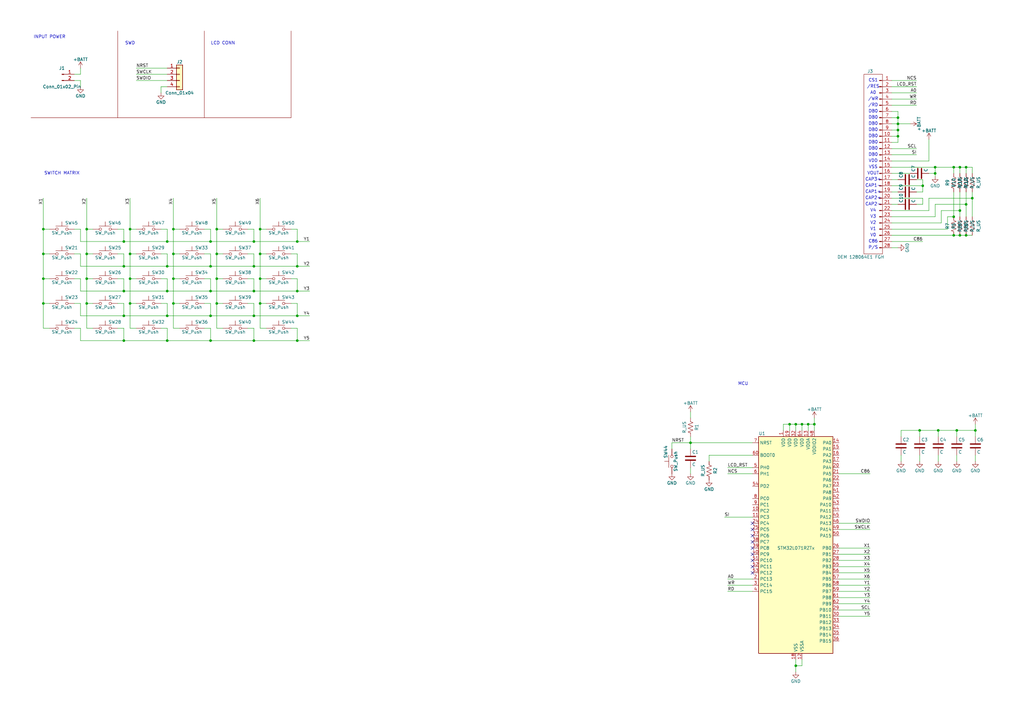
<source format=kicad_sch>
(kicad_sch (version 20230819) (generator eeschema)
  (paper "A3")
  (junction (at 121.92 119.38))
  (junction (at 392.43 176.53))
  (junction (at 53.34 104.14))
  (junction (at 71.12 93.98))
  (junction (at 104.14 129.54))
  (junction (at 396.24 83.82))
  (junction (at 50.8 139.7))
  (junction (at 35.56 104.14))
  (junction (at 71.12 114.3))
  (junction (at 68.58 129.54))
  (junction (at 68.58 109.22))
  (junction (at 283.21 181.61))
  (junction (at 104.14 99.06))
  (junction (at 68.58 99.06))
  (junction (at 35.56 124.46))
  (junction (at 383.54 71.12))
  (junction (at 86.36 129.54))
  (junction (at 35.56 114.3))
  (junction (at 334.01 173.99))
  (junction (at 384.81 176.53))
  (junction (at 106.68 93.98))
  (junction (at 121.92 139.7))
  (junction (at 50.8 119.38))
  (junction (at 121.92 109.22))
  (junction (at 17.78 93.98))
  (junction (at 86.36 119.38))
  (junction (at 88.9 114.3))
  (junction (at 88.9 93.98))
  (junction (at 323.85 173.99))
  (junction (at 383.54 68.58))
  (junction (at 121.92 99.06))
  (junction (at 53.34 93.98))
  (junction (at 104.14 119.38))
  (junction (at 106.68 104.14))
  (junction (at 396.24 68.58))
  (junction (at 71.12 124.46))
  (junction (at 86.36 99.06))
  (junction (at 393.7 86.36))
  (junction (at 331.47 173.99))
  (junction (at 86.36 109.22))
  (junction (at 121.92 129.54))
  (junction (at 86.36 139.7))
  (junction (at 328.93 173.99))
  (junction (at 50.8 99.06))
  (junction (at 326.39 273.05))
  (junction (at 391.16 88.9))
  (junction (at 393.7 68.58))
  (junction (at 400.05 176.53))
  (junction (at 368.3 50.8))
  (junction (at 88.9 104.14))
  (junction (at 368.3 53.34))
  (junction (at 50.8 129.54))
  (junction (at 104.14 139.7))
  (junction (at 326.39 173.99))
  (junction (at 88.9 124.46))
  (junction (at 368.3 55.88))
  (junction (at 71.12 104.14))
  (junction (at 68.58 139.7))
  (junction (at 68.58 119.38))
  (junction (at 391.16 68.58))
  (junction (at 377.19 176.53))
  (junction (at 398.78 81.28))
  (junction (at 17.78 124.46))
  (junction (at 368.3 48.26))
  (junction (at 106.68 114.3))
  (junction (at 17.78 114.3))
  (junction (at 50.8 109.22))
  (junction (at 393.7 96.52))
  (junction (at 396.24 96.52))
  (junction (at 391.16 96.52))
  (junction (at 378.46 76.2))
  (junction (at 106.68 124.46))
  (junction (at 104.14 109.22))
  (junction (at 17.78 104.14))
  (junction (at 53.34 114.3))
  (junction (at 35.56 93.98))
  (junction (at 53.34 124.46))
  (no_connect (at 308.61 232.41))
  (no_connect (at 308.61 222.25))
  (no_connect (at 308.61 219.71))
  (no_connect (at 308.61 224.79))
  (no_connect (at 308.61 234.95))
  (no_connect (at 308.61 229.87))
  (no_connect (at 308.61 217.17))
  (no_connect (at 308.61 214.63))
  (no_connect (at 308.61 227.33))
  (wire (pts (xy 73.66 114.3) (xy 71.12 114.3)))
  (wire (pts (xy 368.3 45.72) (xy 368.3 48.26)))
  (wire (pts (xy 323.85 173.99) (xy 326.39 173.99)))
  (wire (pts (xy 104.14 119.38) (xy 104.14 114.3)))
  (wire (pts (xy 53.34 104.14) (xy 53.34 114.3)))
  (wire (pts (xy 326.39 173.99) (xy 328.93 173.99)))
  (wire (pts (xy 328.93 173.99) (xy 331.47 173.99)))
  (wire (pts (xy 396.24 68.58) (xy 398.78 68.58)))
  (wire (pts (xy 369.57 176.53) (xy 369.57 179.07)))
  (wire (pts (xy 66.04 35.56) (xy 66.04 38.1)))
  (wire (pts (xy 104.14 99.06) (xy 121.92 99.06)))
  (wire (pts (xy 50.8 99.06) (xy 68.58 99.06)))
  (wire (pts (xy 101.6 124.46) (xy 104.14 124.46)))
  (wire (pts (xy 101.6 134.62) (xy 104.14 134.62)))
  (wire (pts (xy 344.17 247.65) (xy 356.87 247.65)))
  (wire (pts (xy 365.76 58.42) (xy 368.3 58.42)))
  (wire (pts (xy 368.3 50.8) (xy 373.38 50.8)))
  (wire (pts (xy 365.76 38.1) (xy 375.92 38.1)))
  (wire (pts (xy 308.61 237.49) (xy 298.45 237.49)))
  (wire (pts (xy 33.02 114.3) (xy 33.02 119.38)))
  (wire (pts (xy 106.68 124.46) (xy 109.22 124.46)))
  (wire (pts (xy 365.76 48.26) (xy 368.3 48.26)))
  (wire (pts (xy 377.19 176.53) (xy 384.81 176.53)))
  (wire (pts (xy 33.02 129.54) (xy 50.8 129.54)))
  (wire (pts (xy 365.76 35.56) (xy 375.92 35.56)))
  (wire (pts (xy 384.81 176.53) (xy 392.43 176.53)))
  (wire (pts (xy 33.02 109.22) (xy 50.8 109.22)))
  (wire (pts (xy 35.56 104.14) (xy 38.1 104.14)))
  (wire (pts (xy 106.68 104.14) (xy 106.68 114.3)))
  (wire (pts (xy 391.16 88.9) (xy 388.62 88.9)))
  (wire (pts (xy 50.8 124.46) (xy 50.8 129.54)))
  (wire (pts (xy 55.88 30.48) (xy 68.58 30.48)))
  (wire (pts (xy 68.58 99.06) (xy 86.36 99.06)))
  (wire (pts (xy 50.8 119.38) (xy 68.58 119.38)))
  (polyline (pts (xy 83.82 48.26) (xy 119.38 48.26)) (stroke (width 0) (color 132 0 0 1)))
  (wire (pts (xy 33.02 134.62) (xy 33.02 139.7)))
  (wire (pts (xy 369.57 176.53) (xy 377.19 176.53)))
  (wire (pts (xy 66.04 114.3) (xy 68.58 114.3)))
  (wire (pts (xy 30.48 93.98) (xy 33.02 93.98)))
  (wire (pts (xy 68.58 124.46) (xy 68.58 129.54)))
  (wire (pts (xy 71.12 104.14) (xy 73.66 104.14)))
  (wire (pts (xy 356.87 232.41) (xy 344.17 232.41)))
  (wire (pts (xy 393.7 86.36) (xy 386.08 86.36)))
  (wire (pts (xy 30.48 33.02) (xy 33.02 33.02)))
  (wire (pts (xy 86.36 134.62) (xy 86.36 139.7)))
  (wire (pts (xy 50.8 109.22) (xy 68.58 109.22)))
  (wire (pts (xy 101.6 93.98) (xy 104.14 93.98)))
  (wire (pts (xy 365.76 66.04) (xy 381 66.04)))
  (wire (pts (xy 283.21 181.61) (xy 283.21 179.07)))
  (wire (pts (xy 356.87 227.33) (xy 344.17 227.33)))
  (wire (pts (xy 33.02 124.46) (xy 33.02 129.54)))
  (wire (pts (xy 119.38 93.98) (xy 121.92 93.98)))
  (wire (pts (xy 68.58 119.38) (xy 68.58 114.3)))
  (wire (pts (xy 121.92 99.06) (xy 121.92 93.98)))
  (wire (pts (xy 104.14 109.22) (xy 121.92 109.22)))
  (wire (pts (xy 386.08 91.44) (xy 365.76 91.44)))
  (wire (pts (xy 86.36 109.22) (xy 86.36 104.14)))
  (wire (pts (xy 328.93 273.05) (xy 326.39 273.05)))
  (wire (pts (xy 308.61 194.31) (xy 298.45 194.31)))
  (wire (pts (xy 396.24 83.82) (xy 383.54 83.82)))
  (wire (pts (xy 365.76 33.02) (xy 375.92 33.02)))
  (wire (pts (xy 104.14 129.54) (xy 121.92 129.54)))
  (wire (pts (xy 88.9 124.46) (xy 91.44 124.46)))
  (wire (pts (xy 68.58 139.7) (xy 86.36 139.7)))
  (wire (pts (xy 106.68 81.28) (xy 106.68 93.98)))
  (wire (pts (xy 20.32 93.98) (xy 17.78 93.98)))
  (wire (pts (xy 283.21 194.31) (xy 283.21 191.77)))
  (wire (pts (xy 344.17 242.57) (xy 356.87 242.57)))
  (wire (pts (xy 375.92 83.82) (xy 378.46 83.82)))
  (wire (pts (xy 121.92 109.22) (xy 121.92 104.14)))
  (wire (pts (xy 83.82 134.62) (xy 86.36 134.62)))
  (wire (pts (xy 391.16 78.74) (xy 391.16 88.9)))
  (wire (pts (xy 393.7 96.52) (xy 396.24 96.52)))
  (wire (pts (xy 326.39 275.59) (xy 326.39 273.05)))
  (wire (pts (xy 30.48 134.62) (xy 33.02 134.62)))
  (wire (pts (xy 365.76 60.96) (xy 375.92 60.96)))
  (wire (pts (xy 334.01 173.99) (xy 334.01 176.53)))
  (wire (pts (xy 71.12 114.3) (xy 71.12 124.46)))
  (wire (pts (xy 392.43 189.23) (xy 392.43 186.69)))
  (wire (pts (xy 121.92 99.06) (xy 127 99.06)))
  (wire (pts (xy 55.88 114.3) (xy 53.34 114.3)))
  (wire (pts (xy 383.54 83.82) (xy 383.54 88.9)))
  (wire (pts (xy 375.92 73.66) (xy 378.46 73.66)))
  (wire (pts (xy 381 81.28) (xy 381 86.36)))
  (wire (pts (xy 104.14 104.14) (xy 101.6 104.14)))
  (wire (pts (xy 38.1 114.3) (xy 35.56 114.3)))
  (wire (pts (xy 17.78 104.14) (xy 20.32 104.14)))
  (wire (pts (xy 396.24 78.74) (xy 396.24 83.82)))
  (wire (pts (xy 38.1 93.98) (xy 35.56 93.98)))
  (polyline (pts (xy 48.26 48.26) (xy 83.82 48.26)) (stroke (width 0) (color 132 0 0 1)))
  (wire (pts (xy 121.92 124.46) (xy 121.92 129.54)))
  (wire (pts (xy 106.68 104.14) (xy 109.22 104.14)))
  (wire (pts (xy 344.17 194.31) (xy 356.87 194.31)))
  (wire (pts (xy 66.04 93.98) (xy 68.58 93.98)))
  (wire (pts (xy 35.56 104.14) (xy 35.56 114.3)))
  (wire (pts (xy 17.78 124.46) (xy 17.78 134.62)))
  (wire (pts (xy 356.87 224.79) (xy 344.17 224.79)))
  (wire (pts (xy 275.59 184.15) (xy 275.59 181.61)))
  (wire (pts (xy 344.17 250.19) (xy 356.87 250.19)))
  (wire (pts (xy 344.17 252.73) (xy 356.87 252.73)))
  (wire (pts (xy 86.36 93.98) (xy 86.36 99.06)))
  (wire (pts (xy 109.22 93.98) (xy 106.68 93.98)))
  (wire (pts (xy 365.76 83.82) (xy 368.3 83.82)))
  (wire (pts (xy 53.34 124.46) (xy 55.88 124.46)))
  (wire (pts (xy 71.12 104.14) (xy 71.12 114.3)))
  (wire (pts (xy 308.61 191.77) (xy 298.45 191.77)))
  (wire (pts (xy 91.44 114.3) (xy 88.9 114.3)))
  (wire (pts (xy 331.47 176.53) (xy 331.47 173.99)))
  (wire (pts (xy 384.81 189.23) (xy 384.81 186.69)))
  (wire (pts (xy 365.76 43.18) (xy 375.92 43.18)))
  (wire (pts (xy 48.26 124.46) (xy 50.8 124.46)))
  (wire (pts (xy 73.66 93.98) (xy 71.12 93.98)))
  (wire (pts (xy 68.58 119.38) (xy 86.36 119.38)))
  (wire (pts (xy 53.34 134.62) (xy 55.88 134.62)))
  (wire (pts (xy 86.36 114.3) (xy 83.82 114.3)))
  (wire (pts (xy 356.87 217.17) (xy 344.17 217.17)))
  (wire (pts (xy 86.36 109.22) (xy 104.14 109.22)))
  (wire (pts (xy 17.78 114.3) (xy 17.78 124.46)))
  (wire (pts (xy 33.02 27.94) (xy 33.02 30.48)))
  (wire (pts (xy 396.24 96.52) (xy 398.78 96.52)))
  (wire (pts (xy 328.93 176.53) (xy 328.93 173.99)))
  (polyline (pts (xy 48.26 12.7) (xy 48.26 48.26)) (stroke (width 0) (color 132 0 0 1)))
  (wire (pts (xy 50.8 134.62) (xy 50.8 139.7)))
  (wire (pts (xy 55.88 93.98) (xy 53.34 93.98)))
  (wire (pts (xy 344.17 240.03) (xy 356.87 240.03)))
  (wire (pts (xy 377.19 176.53) (xy 377.19 179.07)))
  (wire (pts (xy 365.76 55.88) (xy 368.3 55.88)))
  (wire (pts (xy 384.81 176.53) (xy 384.81 179.07)))
  (polyline (pts (xy 83.82 12.7) (xy 83.82 48.26)) (stroke (width 0) (color 132 0 0 1)))
  (wire (pts (xy 356.87 214.63) (xy 344.17 214.63)))
  (wire (pts (xy 30.48 124.46) (xy 33.02 124.46)))
  (wire (pts (xy 328.93 270.51) (xy 328.93 273.05)))
  (wire (pts (xy 308.61 242.57) (xy 298.45 242.57)))
  (wire (pts (xy 326.39 270.51) (xy 326.39 273.05)))
  (wire (pts (xy 30.48 30.48) (xy 33.02 30.48)))
  (wire (pts (xy 121.92 104.14) (xy 119.38 104.14)))
  (wire (pts (xy 365.76 81.28) (xy 378.46 81.28)))
  (wire (pts (xy 106.68 124.46) (xy 106.68 134.62)))
  (wire (pts (xy 17.78 81.28) (xy 17.78 93.98)))
  (wire (pts (xy 104.14 109.22) (xy 104.14 104.14)))
  (wire (pts (xy 381 71.12) (xy 383.54 71.12)))
  (wire (pts (xy 398.78 81.28) (xy 381 81.28)))
  (wire (pts (xy 391.16 68.58) (xy 391.16 71.12)))
  (wire (pts (xy 356.87 237.49) (xy 344.17 237.49)))
  (wire (pts (xy 365.76 50.8) (xy 368.3 50.8)))
  (wire (pts (xy 368.3 50.8) (xy 368.3 53.34)))
  (wire (pts (xy 33.02 139.7) (xy 50.8 139.7)))
  (wire (pts (xy 53.34 124.46) (xy 53.34 134.62)))
  (wire (pts (xy 391.16 68.58) (xy 393.7 68.58)))
  (wire (pts (xy 365.76 99.06) (xy 378.46 99.06)))
  (wire (pts (xy 71.12 134.62) (xy 73.66 134.62)))
  (wire (pts (xy 66.04 124.46) (xy 68.58 124.46)))
  (wire (pts (xy 365.76 40.64) (xy 375.92 40.64)))
  (wire (pts (xy 68.58 104.14) (xy 66.04 104.14)))
  (wire (pts (xy 88.9 104.14) (xy 91.44 104.14)))
  (wire (pts (xy 17.78 93.98) (xy 17.78 104.14)))
  (wire (pts (xy 365.76 53.34) (xy 368.3 53.34)))
  (wire (pts (xy 55.88 33.02) (xy 68.58 33.02)))
  (wire (pts (xy 392.43 176.53) (xy 392.43 179.07)))
  (wire (pts (xy 71.12 124.46) (xy 73.66 124.46)))
  (wire (pts (xy 393.7 78.74) (xy 393.7 86.36)))
  (wire (pts (xy 121.92 139.7) (xy 127 139.7)))
  (wire (pts (xy 71.12 81.28) (xy 71.12 93.98)))
  (wire (pts (xy 400.05 189.23) (xy 400.05 186.69)))
  (wire (pts (xy 83.82 124.46) (xy 86.36 124.46)))
  (wire (pts (xy 88.9 93.98) (xy 88.9 104.14)))
  (polyline (pts (xy 12.7 48.26) (xy 48.26 48.26)) (stroke (width 0) (color 132 0 0 1)))
  (wire (pts (xy 365.76 88.9) (xy 383.54 88.9)))
  (wire (pts (xy 48.26 134.62) (xy 50.8 134.62)))
  (wire (pts (xy 50.8 104.14) (xy 48.26 104.14)))
  (wire (pts (xy 400.05 173.99) (xy 400.05 176.53)))
  (wire (pts (xy 308.61 240.03) (xy 298.45 240.03)))
  (wire (pts (xy 17.78 104.14) (xy 17.78 114.3)))
  (wire (pts (xy 33.02 93.98) (xy 33.02 99.06)))
  (wire (pts (xy 104.14 114.3) (xy 101.6 114.3)))
  (wire (pts (xy 365.76 68.58) (xy 383.54 68.58)))
  (wire (pts (xy 369.57 189.23) (xy 369.57 186.69)))
  (polyline (pts (xy 119.38 12.7) (xy 119.38 48.26)) (stroke (width 0) (color 132 0 0 1)))
  (wire (pts (xy 331.47 173.99) (xy 334.01 173.99)))
  (wire (pts (xy 283.21 181.61) (xy 283.21 184.15)))
  (wire (pts (xy 326.39 176.53) (xy 326.39 173.99)))
  (wire (pts (xy 88.9 124.46) (xy 88.9 134.62)))
  (wire (pts (xy 391.16 96.52) (xy 393.7 96.52)))
  (wire (pts (xy 33.02 33.02) (xy 33.02 35.56)))
  (wire (pts (xy 50.8 139.7) (xy 68.58 139.7)))
  (wire (pts (xy 68.58 35.56) (xy 66.04 35.56)))
  (wire (pts (xy 55.88 27.94) (xy 68.58 27.94)))
  (wire (pts (xy 356.87 234.95) (xy 344.17 234.95)))
  (wire (pts (xy 83.82 93.98) (xy 86.36 93.98)))
  (wire (pts (xy 88.9 134.62) (xy 91.44 134.62)))
  (wire (pts (xy 17.78 134.62) (xy 20.32 134.62)))
  (wire (pts (xy 83.82 104.14) (xy 86.36 104.14)))
  (wire (pts (xy 109.22 114.3) (xy 106.68 114.3)))
  (wire (pts (xy 377.19 189.23) (xy 377.19 186.69)))
  (wire (pts (xy 33.02 99.06) (xy 50.8 99.06)))
  (wire (pts (xy 35.56 124.46) (xy 38.1 124.46)))
  (wire (pts (xy 383.54 68.58) (xy 391.16 68.58)))
  (wire (pts (xy 381 86.36) (xy 365.76 86.36)))
  (wire (pts (xy 365.76 73.66) (xy 368.3 73.66)))
  (wire (pts (xy 35.56 81.28) (xy 35.56 93.98)))
  (wire (pts (xy 398.78 78.74) (xy 398.78 81.28)))
  (wire (pts (xy 106.68 114.3) (xy 106.68 124.46)))
  (wire (pts (xy 119.38 134.62) (xy 121.92 134.62)))
  (wire (pts (xy 104.14 124.46) (xy 104.14 129.54)))
  (wire (pts (xy 50.8 109.22) (xy 50.8 104.14)))
  (wire (pts (xy 68.58 129.54) (xy 86.36 129.54)))
  (wire (pts (xy 121.92 134.62) (xy 121.92 139.7)))
  (wire (pts (xy 66.04 134.62) (xy 68.58 134.62)))
  (wire (pts (xy 388.62 88.9) (xy 388.62 93.98)))
  (wire (pts (xy 386.08 86.36) (xy 386.08 91.44)))
  (wire (pts (xy 53.34 114.3) (xy 53.34 124.46)))
  (wire (pts (xy 48.26 114.3) (xy 50.8 114.3)))
  (wire (pts (xy 365.76 63.5) (xy 375.92 63.5)))
  (wire (pts (xy 297.18 212.09) (xy 308.61 212.09)))
  (wire (pts (xy 368.3 53.34) (xy 368.3 55.88)))
  (wire (pts (xy 283.21 168.91) (xy 283.21 171.45)))
  (wire (pts (xy 68.58 109.22) (xy 68.58 104.14)))
  (wire (pts (xy 86.36 119.38) (xy 86.36 114.3)))
  (wire (pts (xy 121.92 119.38) (xy 127 119.38)))
  (wire (pts (xy 86.36 124.46) (xy 86.36 129.54)))
  (wire (pts (xy 393.7 68.58) (xy 393.7 71.12)))
  (wire (pts (xy 275.59 181.61) (xy 283.21 181.61)))
  (wire (pts (xy 33.02 119.38) (xy 50.8 119.38)))
  (wire (pts (xy 378.46 83.82) (xy 378.46 81.28)))
  (wire (pts (xy 104.14 119.38) (xy 121.92 119.38)))
  (wire (pts (xy 365.76 78.74) (xy 368.3 78.74)))
  (wire (pts (xy 86.36 119.38) (xy 104.14 119.38)))
  (wire (pts (xy 356.87 229.87) (xy 344.17 229.87)))
  (wire (pts (xy 48.26 93.98) (xy 50.8 93.98)))
  (wire (pts (xy 378.46 78.74) (xy 378.46 76.2)))
  (wire (pts (xy 35.56 134.62) (xy 38.1 134.62)))
  (wire (pts (xy 106.68 134.62) (xy 109.22 134.62)))
  (wire (pts (xy 50.8 119.38) (xy 50.8 114.3)))
  (wire (pts (xy 321.31 173.99) (xy 323.85 173.99)))
  (wire (pts (xy 104.14 93.98) (xy 104.14 99.06)))
  (wire (pts (xy 30.48 114.3) (xy 33.02 114.3)))
  (wire (pts (xy 35.56 124.46) (xy 35.56 134.62)))
  (wire (pts (xy 86.36 139.7) (xy 104.14 139.7)))
  (wire (pts (xy 365.76 76.2) (xy 378.46 76.2)))
  (wire (pts (xy 368.3 48.26) (xy 368.3 50.8)))
  (wire (pts (xy 17.78 124.46) (xy 20.32 124.46)))
  (wire (pts (xy 121.92 114.3) (xy 119.38 114.3)))
  (wire (pts (xy 121.92 119.38) (xy 121.92 114.3)))
  (wire (pts (xy 321.31 176.53) (xy 321.31 173.99)))
  (wire (pts (xy 86.36 129.54) (xy 104.14 129.54)))
  (wire (pts (xy 104.14 134.62) (xy 104.14 139.7)))
  (wire (pts (xy 383.54 72.39) (xy 383.54 71.12)))
  (wire (pts (xy 88.9 81.28) (xy 88.9 93.98)))
  (wire (pts (xy 378.46 73.66) (xy 378.46 76.2)))
  (wire (pts (xy 323.85 176.53) (xy 323.85 173.99)))
  (wire (pts (xy 106.68 93.98) (xy 106.68 104.14)))
  (wire (pts (xy 104.14 139.7) (xy 121.92 139.7)))
  (wire (pts (xy 30.48 104.14) (xy 33.02 104.14)))
  (wire (pts (xy 344.17 245.11) (xy 356.87 245.11)))
  (wire (pts (xy 396.24 88.9) (xy 396.24 83.82)))
  (wire (pts (xy 88.9 114.3) (xy 88.9 124.46)))
  (wire (pts (xy 290.83 186.69) (xy 308.61 186.69)))
  (wire (pts (xy 398.78 88.9) (xy 398.78 81.28)))
  (wire (pts (xy 20.32 114.3) (xy 17.78 114.3)))
  (wire (pts (xy 375.92 78.74) (xy 378.46 78.74)))
  (wire (pts (xy 283.21 181.61) (xy 308.61 181.61)))
  (wire (pts (xy 365.76 96.52) (xy 391.16 96.52)))
  (wire (pts (xy 396.24 68.58) (xy 396.24 71.12)))
  (wire (pts (xy 53.34 93.98) (xy 53.34 104.14)))
  (wire (pts (xy 400.05 176.53) (xy 400.05 179.07)))
  (wire (pts (xy 398.78 71.12) (xy 398.78 68.58)))
  (wire (pts (xy 393.7 68.58) (xy 396.24 68.58)))
  (wire (pts (xy 290.83 189.23) (xy 290.83 186.69)))
  (wire (pts (xy 334.01 171.45) (xy 334.01 173.99)))
  (wire (pts (xy 68.58 134.62) (xy 68.58 139.7)))
  (wire (pts (xy 381 57.15) (xy 381 66.04)))
  (wire (pts (xy 365.76 93.98) (xy 388.62 93.98)))
  (wire (pts (xy 121.92 109.22) (xy 127 109.22)))
  (wire (pts (xy 50.8 93.98) (xy 50.8 99.06)))
  (wire (pts (xy 53.34 104.14) (xy 55.88 104.14)))
  (wire (pts (xy 365.76 71.12) (xy 373.38 71.12)))
  (wire (pts (xy 71.12 93.98) (xy 71.12 104.14)))
  (wire (pts (xy 53.34 81.28) (xy 53.34 93.98)))
  (wire (pts (xy 35.56 93.98) (xy 35.56 104.14)))
  (wire (pts (xy 68.58 93.98) (xy 68.58 99.06)))
  (wire (pts (xy 365.76 101.6) (xy 368.3 101.6)))
  (wire (pts (xy 88.9 104.14) (xy 88.9 114.3)))
  (wire (pts (xy 71.12 124.46) (xy 71.12 134.62)))
  (wire (pts (xy 121.92 129.54) (xy 127 129.54)))
  (wire (pts (xy 365.76 45.72) (xy 368.3 45.72)))
  (wire (pts (xy 383.54 71.12) (xy 383.54 68.58)))
  (wire (pts (xy 50.8 129.54) (xy 68.58 129.54)))
  (wire (pts (xy 35.56 114.3) (xy 35.56 124.46)))
  (wire (pts (xy 119.38 124.46) (xy 121.92 124.46)))
  (wire (pts (xy 368.3 55.88) (xy 368.3 58.42)))
  (wire (pts (xy 33.02 104.14) (xy 33.02 109.22)))
  (wire (pts (xy 68.58 109.22) (xy 86.36 109.22)))
  (wire (pts (xy 392.43 176.53) (xy 400.05 176.53)))
  (wire (pts (xy 393.7 88.9) (xy 393.7 86.36)))
  (wire (pts (xy 86.36 99.06) (xy 104.14 99.06)))
  (wire (pts (xy 91.44 93.98) (xy 88.9 93.98)))
  (rectangle (start 354.33 30.48) (end 361.95 104.14) (stroke (width 0) (color 132 0 0 1)))
  (text "LCD CONN" (at 91.44 17.78 0) (effects (font (size 1.27 1.27))))
  (text "DB0" (at 358.14 60.96 0) (effects (font (size 1.27 1.27))))
  (text "INPUT POWER" (at 20.32 15.24 0) (effects (font (size 1.27 1.27))))
  (text "CAP3+" (at 358.14 73.66 0) (effects (font (size 1.27 1.27))))
  (text "DB0" (at 358.14 63.5 0) (effects (font (size 1.27 1.27))))
  (text "CAP2+" (at 358.14 81.28 0) (effects (font (size 1.27 1.27))))
  (text "/RES" (at 358.14 35.56 0) (effects (font (size 1.27 1.27))))
  (text "DB0" (at 358.14 55.88 0) (effects (font (size 1.27 1.27))))
  (text "DB0" (at 358.14 48.26 0) (effects (font (size 1.27 1.27))))
  (text "V2" (at 358.14 91.44 0) (effects (font (size 1.27 1.27))))
  (text "P/S" (at 358.14 101.6 0) (effects (font (size 1.27 1.27))))
  (text "CS1" (at 358.14 33.02 0) (effects (font (size 1.27 1.27))))
  (text "/WR" (at 358.14 40.64 0) (effects (font (size 1.27 1.27))))
  (text "DB0" (at 358.14 58.42 0) (effects (font (size 1.27 1.27))))
  (text "CAP2-" (at 358.14 83.82 0) (effects (font (size 1.27 1.27))))
  (text "SWD" (at 53.34 17.78 0) (effects (font (size 1.27 1.27))))
  (text "A0" (at 358.14 38.1 0) (effects (font (size 1.27 1.27))))
  (text "CAP1+" (at 358.14 78.74 0) (effects (font (size 1.27 1.27))))
  (text "VSS" (at 358.14 68.58 0) (effects (font (size 1.27 1.27))))
  (text "DB0" (at 358.14 53.34 0) (effects (font (size 1.27 1.27))))
  (text "DB0" (at 358.14 45.72 0) (effects (font (size 1.27 1.27))))
  (text "VOUT" (at 358.14 71.12 0) (effects (font (size 1.27 1.27))))
  (text "VDD" (at 358.14 66.04 0) (effects (font (size 1.27 1.27))))
  (text "CAP1-" (at 358.14 76.2 0) (effects (font (size 1.27 1.27))))
  (text "SWITCH MATRIX" (at 25.4 71.12 0) (effects (font (size 1.27 1.27))))
  (text "V3" (at 358.14 88.9 0) (effects (font (size 1.27 1.27))))
  (text "/RD" (at 358.14 43.18 0) (effects (font (size 1.27 1.27))))
  (text "C86" (at 358.14 99.06 0) (effects (font (size 1.27 1.27))))
  (text "DB0" (at 358.14 50.8 0) (effects (font (size 1.27 1.27))))
  (text "V1" (at 358.14 93.98 0) (effects (font (size 1.27 1.27))))
  (text "V0" (at 358.14 96.52 0) (effects (font (size 1.27 1.27))))
  (text "MCU" (at 304.8 157.48 0) (effects (font (size 1.27 1.27))))
  (text "V4" (at 358.14 86.36 0) (effects (font (size 1.27 1.27))))
  (label "LCD_RST" (at 375.92 35.56 180))
  (label "A0" (at 375.92 38.1 180))
  (label "NCS" (at 298.45 194.31 0))
  (label "SWCLK" (at 356.87 217.17 180))
  (label "SWDIO" (at 55.88 33.02 0))
  (label "Y4" (at 356.87 247.65 180))
  (label "Y1" (at 356.87 240.03 180))
  (label "WR" (at 375.92 40.64 180))
  (label "X3" (at 53.34 81.28 270))
  (label "C86" (at 356.87 194.31 180))
  (label "Y4" (at 127 129.54 180))
  (label "X1" (at 17.78 81.28 270))
  (label "SI" (at 375.92 63.5 180))
  (label "NRST" (at 275.59 181.61 0))
  (label "X5" (at 356.87 234.95 180))
  (label "Y2" (at 356.87 242.57 180))
  (label "WR" (at 298.45 240.03 0))
  (label "SWCLK" (at 55.88 30.48 0))
  (label "X1" (at 356.87 224.79 180))
  (label "SWDIO" (at 356.87 214.63 180))
  (label "Y3" (at 356.87 245.11 180))
  (label "SCL" (at 356.87 250.19 180))
  (label "X2" (at 35.56 81.28 270))
  (label "X6" (at 106.68 81.28 270))
  (label "RD" (at 375.92 43.18 180))
  (label "Y5" (at 356.87 252.73 180))
  (label "A0" (at 298.45 237.49 0))
  (label "Y3" (at 127 119.38 180))
  (label "RD" (at 298.45 242.57 0))
  (label "LCD_RST" (at 298.45 191.77 0))
  (label "Y5" (at 127 139.7 180))
  (label "Y2" (at 127 109.22 180))
  (label "C86" (at 378.46 99.06 180))
  (label "X2" (at 356.87 227.33 180))
  (label "SI" (at 297.18 212.09 0))
  (label "SCL" (at 375.92 60.96 180))
  (label "X3" (at 356.87 229.87 180))
  (label "NRST" (at 55.88 27.94 0))
  (label "X6" (at 356.87 237.49 180))
  (label "X4" (at 71.12 81.28 270))
  (label "NCS" (at 375.92 33.02 180))
  (label "X4" (at 356.87 232.41 180))
  (label "Y1" (at 127 99.06 180))
  (label "X5" (at 88.9 81.28 270))
  (symbol (lib_id "Switch:SW_Push") (at 43.18 134.62 0) (unit 1)
    (property "Reference" "SW28" (at 44.45 132.08 0) (effects (justify left)))
    (property "Value" "SW_Push" (at 43.18 136.144 0))
    (property "Footprint" "Button_Switch_THT:SW_PUSH_1P1T_6x3.5mm_H4.3_APEM_MJTP1243" (effects hide))
    (property "Datasheet" "MJTP1243" (effects hide))
    (property "Description" "Push button switch, generic, two pins" (effects hide))
  )
  (symbol (lib_id "power:+BATT") (at 334.01 171.45 0) (unit 1)
    (property "Reference" "#PWR06" (effects hide))
    (property "Value" "+BATT" (at 334.01 167.894 0))
    (property "Description" "Power symbol creates a global label with name \"+BATT\"" (effects hide))
  )
  (symbol (lib_id "Switch:SW_Push") (at 25.4 104.14 0) (unit 1)
    (property "Reference" "SW21" (at 26.67 101.6 0) (effects (justify left)))
    (property "Value" "SW_Push" (at 25.4 105.664 0))
    (property "Footprint" "Button_Switch_THT:SW_PUSH_1P1T_6x3.5mm_H4.3_APEM_MJTP1243" (effects hide))
    (property "Datasheet" "MJTP1243" (effects hide))
    (property "Description" "Push button switch, generic, two pins" (effects hide))
  )
  (symbol (lib_id "Switch:SW_Push") (at 25.4 134.62 0) (unit 1)
    (property "Reference" "SW24" (at 26.67 132.08 0) (effects (justify left)))
    (property "Value" "SW_Push" (at 25.4 136.144 0))
    (property "Footprint" "Button_Switch_THT:SW_PUSH_1P1T_6x3.5mm_H4.3_APEM_MJTP1243" (effects hide))
    (property "Datasheet" "MJTP1243" (effects hide))
    (property "Description" "Push button switch, generic, two pins" (effects hide))
  )
  (symbol (lib_id "Connector:Conn_01x02_Pin") (at 25.4 30.48 0) (unit 1)
    (property "Reference" "J1" (at 25.4 27.94 0))
    (property "Value" "Conn_01x02_Pin" (at 25.4 35.56 0))
    (property "Footprint" "Connector_PinHeader_2.00mm:PinHeader_1x02_P2.00mm_Vertical" (effects hide))
    (property "Description" "Generic connector, single row, 01x02, script generated" (effects hide))
  )
  (symbol (lib_id "Switch:SW_Push") (at 114.3 93.98 0) (unit 1)
    (property "Reference" "SW50" (at 115.57 91.44 0) (effects (justify left)))
    (property "Value" "SW_Push" (at 114.3 95.504 0))
    (property "Footprint" "Button_Switch_THT:SW_PUSH_1P1T_6x3.5mm_H4.3_APEM_MJTP1243" (effects hide))
    (property "Datasheet" "MJTP1243" (effects hide))
    (property "Description" "Push button switch, generic, two pins" (effects hide))
  )
  (symbol (lib_id "Switch:SW_Push") (at 96.52 104.14 0) (unit 1)
    (property "Reference" "SW37" (at 97.79 101.6 0) (effects (justify left)))
    (property "Value" "SW_Push" (at 96.52 105.664 0))
    (property "Footprint" "Button_Switch_THT:SW_PUSH_1P1T_6x3.5mm_H4.3_APEM_MJTP1243" (effects hide))
    (property "Datasheet" "MJTP1243" (effects hide))
    (property "Description" "Push button switch, generic, two pins" (effects hide))
  )
  (symbol (lib_id "Switch:SW_Push") (at 60.96 134.62 0) (unit 1)
    (property "Reference" "SW32" (at 62.23 132.08 0) (effects (justify left)))
    (property "Value" "SW_Push" (at 60.96 136.144 0))
    (property "Footprint" "Button_Switch_THT:SW_PUSH_1P1T_6x3.5mm_H4.3_APEM_MJTP1243" (effects hide))
    (property "Datasheet" "MJTP1243" (effects hide))
    (property "Description" "Push button switch, generic, two pins" (effects hide))
  )
  (symbol (lib_id "Device:C") (at 372.11 83.82 90) (unit 1)
    (property "Reference" "C10" (at 369.57 83.185 0) (effects (justify left)))
    (property "Value" "C" (at 374.65 83.185 0) (effects (justify left)))
    (property "Footprint" "Capacitor_SMD:C_0603_1608Metric_Pad1.08x0.95mm_HandSolder" (effects hide))
    (property "Description" "Unpolarized capacitor" (effects hide))
  )
  (symbol (lib_id "Switch:SW_Push") (at 114.3 114.3 0) (unit 1)
    (property "Reference" "SW42" (at 115.57 111.76 0) (effects (justify left)))
    (property "Value" "SW_Push" (at 114.3 115.824 0))
    (property "Footprint" "Button_Switch_THT:SW_PUSH_1P1T_6x3.5mm_H4.3_APEM_MJTP1243" (effects hide))
    (property "Datasheet" "MJTP1243" (effects hide))
    (property "Description" "Push button switch, generic, two pins" (effects hide))
  )
  (symbol (lib_id "Switch:SW_Push") (at 60.96 124.46 0) (unit 1)
    (property "Reference" "SW31" (at 62.23 121.92 0) (effects (justify left)))
    (property "Value" "SW_Push" (at 60.96 125.984 0))
    (property "Footprint" "Button_Switch_THT:SW_PUSH_1P1T_6x3.5mm_H4.3_APEM_MJTP1243" (effects hide))
    (property "Datasheet" "MJTP1243" (effects hide))
    (property "Description" "Push button switch, generic, two pins" (effects hide))
  )
  (symbol (lib_id "Switch:SW_Push") (at 78.74 104.14 0) (unit 1)
    (property "Reference" "SW33" (at 80.01 101.6 0) (effects (justify left)))
    (property "Value" "SW_Push" (at 78.74 105.664 0))
    (property "Footprint" "Button_Switch_THT:SW_PUSH_1P1T_6x3.5mm_H4.3_APEM_MJTP1243" (effects hide))
    (property "Datasheet" "MJTP1243" (effects hide))
    (property "Description" "Push button switch, generic, two pins" (effects hide))
  )
  (symbol (lib_id "Switch:SW_Push") (at 78.74 114.3 0) (unit 1)
    (property "Reference" "SW34" (at 80.01 111.76 0) (effects (justify left)))
    (property "Value" "SW_Push" (at 78.74 115.824 0))
    (property "Footprint" "Button_Switch_THT:SW_PUSH_1P1T_6x3.5mm_H4.3_APEM_MJTP1243" (effects hide))
    (property "Datasheet" "MJTP1243" (effects hide))
    (property "Description" "Push button switch, generic, two pins" (effects hide))
  )
  (symbol (lib_id "power:GND") (at 383.54 72.39 0) (unit 1)
    (property "Reference" "#PWR017" (effects hide))
    (property "Value" "GND" (at 383.54 76.2 0))
    (property "Description" "Power symbol creates a global label with name \"GND\" , ground" (effects hide))
  )
  (symbol (lib_id "Device:R_US") (at 391.16 92.71 180) (unit 1)
    (property "Reference" "R7" (at 388.62 92.71 90))
    (property "Value" "R_US" (at 393.7 92.71 90))
    (property "Footprint" "Resistor_SMD:R_0603_1608Metric_Pad0.98x0.95mm_HandSolder" (effects hide))
    (property "Description" "Resistor, US symbol" (effects hide))
  )
  (symbol (lib_id "power:GND") (at 368.3 101.6 90) (unit 1)
    (property "Reference" "#PWR018" (effects hide))
    (property "Value" "GND" (at 372.11 101.6 0))
    (property "Description" "Power symbol creates a global label with name \"GND\" , ground" (effects hide))
  )
  (symbol (lib_id "Switch:SW_Push") (at 114.3 134.62 0) (unit 1)
    (property "Reference" "SW44" (at 115.57 132.08 0) (effects (justify left)))
    (property "Value" "SW_Push" (at 114.3 136.144 0))
    (property "Footprint" "Button_Switch_THT:SW_PUSH_1P1T_6x3.5mm_H4.3_APEM_MJTP1243" (effects hide))
    (property "Datasheet" "MJTP1243" (effects hide))
    (property "Description" "Push button switch, generic, two pins" (effects hide))
  )
  (symbol (lib_id "Device:R_US") (at 391.16 74.93 180) (unit 1)
    (property "Reference" "R9" (at 388.62 74.93 90))
    (property "Value" "R_US" (at 393.7 74.93 90))
    (property "Footprint" "Resistor_SMD:R_0603_1608Metric_Pad0.98x0.95mm_HandSolder" (effects hide))
    (property "Description" "Resistor, US symbol" (effects hide))
  )
  (symbol (lib_id "Device:R_US") (at 398.78 74.93 180) (unit 1)
    (property "Reference" "R12" (at 396.24 74.93 90))
    (property "Value" "R_US" (at 401.32 74.93 90))
    (property "Footprint" "Resistor_SMD:R_0603_1608Metric_Pad0.98x0.95mm_HandSolder" (effects hide))
    (property "Description" "Resistor, US symbol" (effects hide))
  )
  (symbol (lib_id "Switch:SW_Push") (at 96.52 93.98 0) (unit 1)
    (property "Reference" "SW49" (at 97.79 91.44 0) (effects (justify left)))
    (property "Value" "SW_Push" (at 96.52 95.504 0))
    (property "Footprint" "Button_Switch_THT:SW_PUSH_1P1T_6x3.5mm_H4.3_APEM_MJTP1243" (effects hide))
    (property "Datasheet" "MJTP1243" (effects hide))
    (property "Description" "Push button switch, generic, two pins" (effects hide))
  )
  (symbol (lib_id "Device:C") (at 283.21 187.96 0) (unit 1)
    (property "Reference" "C1" (at 283.845 185.42 0) (effects (justify left)))
    (property "Value" "C" (at 283.845 190.5 0) (effects (justify left)))
    (property "Footprint" "Capacitor_SMD:C_0603_1608Metric_Pad1.08x0.95mm_HandSolder" (effects hide))
    (property "Description" "Unpolarized capacitor" (effects hide))
  )
  (symbol (lib_id "power:+BATT") (at 400.05 173.99 0) (unit 1)
    (property "Reference" "#PWR012" (effects hide))
    (property "Value" "+BATT" (at 400.05 170.434 0))
    (property "Description" "Power symbol creates a global label with name \"+BATT\"" (effects hide))
  )
  (symbol (lib_id "Device:R_US") (at 396.24 74.93 180) (unit 1)
    (property "Reference" "R11" (at 393.7 74.93 90))
    (property "Value" "R_US" (at 398.78 74.93 90))
    (property "Footprint" "Resistor_SMD:R_0603_1608Metric_Pad0.98x0.95mm_HandSolder" (effects hide))
    (property "Description" "Resistor, US symbol" (effects hide))
  )
  (symbol (lib_id "Switch:SW_Push") (at 43.18 104.14 0) (unit 1)
    (property "Reference" "SW25" (at 44.45 101.6 0) (effects (justify left)))
    (property "Value" "SW_Push" (at 43.18 105.664 0))
    (property "Footprint" "Button_Switch_THT:SW_PUSH_1P1T_6x3.5mm_H4.3_APEM_MJTP1243" (effects hide))
    (property "Datasheet" "MJTP1243" (effects hide))
    (property "Description" "Push button switch, generic, two pins" (effects hide))
  )
  (symbol (lib_id "Switch:SW_Push") (at 114.3 124.46 0) (unit 1)
    (property "Reference" "SW43" (at 115.57 121.92 0) (effects (justify left)))
    (property "Value" "SW_Push" (at 114.3 125.984 0))
    (property "Footprint" "Button_Switch_THT:SW_PUSH_1P1T_6x3.5mm_H4.3_APEM_MJTP1243" (effects hide))
    (property "Datasheet" "MJTP1243" (effects hide))
    (property "Description" "Push button switch, generic, two pins" (effects hide))
  )
  (symbol (lib_id "power:+BATT") (at 373.38 50.8 270) (unit 1)
    (property "Reference" "#PWR020" (effects hide))
    (property "Value" "+BATT" (at 376.936 50.8 0))
    (property "Description" "Power symbol creates a global label with name \"+BATT\"" (effects hide))
  )
  (symbol (lib_id "Device:C") (at 400.05 182.88 0) (unit 1)
    (property "Reference" "C6" (at 400.685 180.34 0) (effects (justify left)))
    (property "Value" "C" (at 400.685 185.42 0) (effects (justify left)))
    (property "Footprint" "Capacitor_SMD:C_0603_1608Metric_Pad1.08x0.95mm_HandSolder" (effects hide))
    (property "Description" "Unpolarized capacitor" (effects hide))
  )
  (symbol (lib_id "power:GND") (at 400.05 189.23 0) (unit 1)
    (property "Reference" "#PWR011" (effects hide))
    (property "Value" "GND" (at 400.05 193.04 0))
    (property "Description" "Power symbol creates a global label with name \"GND\" , ground" (effects hide))
  )
  (symbol (lib_id "power:GND") (at 326.39 275.59 0) (unit 1)
    (property "Reference" "#PWR013" (effects hide))
    (property "Value" "GND" (at 326.39 279.4 0))
    (property "Description" "Power symbol creates a global label with name \"GND\" , ground" (effects hide))
  )
  (symbol (lib_id "Device:R_US") (at 396.24 92.71 180) (unit 1)
    (property "Reference" "R6" (at 393.7 92.71 90))
    (property "Value" "R_US" (at 398.78 92.71 90))
    (property "Footprint" "Resistor_SMD:R_0603_1608Metric_Pad0.98x0.95mm_HandSolder" (effects hide))
    (property "Description" "Resistor, US symbol" (effects hide))
  )
  (symbol (lib_id "Device:R_US") (at 393.7 92.71 180) (unit 1)
    (property "Reference" "R5" (at 391.16 92.71 90))
    (property "Value" "R_US" (at 396.24 92.71 90))
    (property "Footprint" "Resistor_SMD:R_0603_1608Metric_Pad0.98x0.95mm_HandSolder" (effects hide))
    (property "Description" "Resistor, US symbol" (effects hide))
  )
  (symbol (lib_id "MCU_ST_STM32L0:STM32L071RZTx") (at 326.39 224.79 0) (unit 1)
    (property "Reference" "U1" (at 311.15 177.8 0) (effects (justify left)))
    (property "Value" "STM32L071RZTx" (at 318.77 224.79 0) (effects (justify left)))
    (property "Footprint" "Package_QFP:LQFP-64_10x10mm_P0.5mm" (effects hide))
    (property "Datasheet" "https://www.st.com/resource/en/datasheet/stm32l071rz.pdf" (effects hide))
    (property "Description" "STMicroelectronics Arm Cortex-M0+ MCU, 192KB flash, 20KB RAM, 32 MHz, 1.65-3.6V, 51 GPIO, LQFP64" (effects hide))
  )
  (symbol (lib_id "power:GND") (at 392.43 189.23 0) (unit 1)
    (property "Reference" "#PWR010" (effects hide))
    (property "Value" "GND" (at 392.43 193.04 0))
    (property "Description" "Power symbol creates a global label with name \"GND\" , ground" (effects hide))
  )
  (symbol (lib_id "Switch:SW_Push") (at 25.4 93.98 0) (unit 1)
    (property "Reference" "SW45" (at 26.67 91.44 0) (effects (justify left)))
    (property "Value" "SW_Push" (at 25.4 95.504 0))
    (property "Footprint" "Button_Switch_THT:SW_PUSH_1P1T_6x3.5mm_H4.3_APEM_MJTP1243" (effects hide))
    (property "Datasheet" "MJTP1243" (effects hide))
    (property "Description" "Push button switch, generic, two pins" (effects hide))
  )
  (symbol (lib_id "power:GND") (at 290.83 196.85 0) (unit 1)
    (property "Reference" "#PWR05" (effects hide))
    (property "Value" "GND" (at 290.83 200.66 0))
    (property "Description" "Power symbol creates a global label with name \"GND\" , ground" (effects hide))
  )
  (symbol (lib_id "power:GND") (at 275.59 194.31 0) (unit 1)
    (property "Reference" "#PWR015" (effects hide))
    (property "Value" "GND" (at 275.59 198.12 0))
    (property "Description" "Power symbol creates a global label with name \"GND\" , ground" (effects hide))
  )
  (symbol (lib_id "Switch:SW_Push") (at 96.52 114.3 0) (unit 1)
    (property "Reference" "SW38" (at 97.79 111.76 0) (effects (justify left)))
    (property "Value" "SW_Push" (at 96.52 115.824 0))
    (property "Footprint" "Button_Switch_THT:SW_PUSH_1P1T_6x3.5mm_H4.3_APEM_MJTP1243" (effects hide))
    (property "Datasheet" "MJTP1243" (effects hide))
    (property "Description" "Push button switch, generic, two pins" (effects hide))
  )
  (symbol (lib_id "power:+BATT") (at 283.21 168.91 0) (unit 1)
    (property "Reference" "#PWR014" (effects hide))
    (property "Value" "+BATT" (at 283.21 165.354 0))
    (property "Description" "Power symbol creates a global label with name \"+BATT\"" (effects hide))
  )
  (symbol (lib_id "Switch:SW_Push") (at 60.96 93.98 0) (unit 1)
    (property "Reference" "SW47" (at 62.23 91.44 0) (effects (justify left)))
    (property "Value" "SW_Push" (at 60.96 95.504 0))
    (property "Footprint" "Button_Switch_THT:SW_PUSH_1P1T_6x3.5mm_H4.3_APEM_MJTP1243" (effects hide))
    (property "Datasheet" "MJTP1243" (effects hide))
    (property "Description" "Push button switch, generic, two pins" (effects hide))
  )
  (symbol (lib_id "Switch:SW_Push") (at 43.18 124.46 0) (unit 1)
    (property "Reference" "SW27" (at 44.45 121.92 0) (effects (justify left)))
    (property "Value" "SW_Push" (at 43.18 125.984 0))
    (property "Footprint" "Button_Switch_THT:SW_PUSH_1P1T_6x3.5mm_H4.3_APEM_MJTP1243" (effects hide))
    (property "Datasheet" "MJTP1243" (effects hide))
    (property "Description" "Push button switch, generic, two pins" (effects hide))
  )
  (symbol (lib_id "Switch:SW_Push") (at 60.96 104.14 0) (unit 1)
    (property "Reference" "SW29" (at 62.23 101.6 0) (effects (justify left)))
    (property "Value" "SW_Push" (at 60.96 105.664 0))
    (property "Footprint" "Button_Switch_THT:SW_PUSH_1P1T_6x3.5mm_H4.3_APEM_MJTP1243" (effects hide))
    (property "Datasheet" "MJTP1243" (effects hide))
    (property "Description" "Push button switch, generic, two pins" (effects hide))
  )
  (symbol (lib_id "Device:R_US") (at 398.78 92.71 180) (unit 1)
    (property "Reference" "R8" (at 396.24 92.71 90))
    (property "Value" "R_US" (at 401.32 92.71 90))
    (property "Footprint" "Resistor_SMD:R_0603_1608Metric_Pad0.98x0.95mm_HandSolder" (effects hide))
    (property "Description" "Resistor, US symbol" (effects hide))
  )
  (symbol (lib_id "Device:C") (at 392.43 182.88 0) (unit 1)
    (property "Reference" "C5" (at 393.065 180.34 0) (effects (justify left)))
    (property "Value" "C" (at 393.065 185.42 0) (effects (justify left)))
    (property "Footprint" "Capacitor_SMD:C_0603_1608Metric_Pad1.08x0.95mm_HandSolder" (effects hide))
    (property "Description" "Unpolarized capacitor" (effects hide))
  )
  (symbol (lib_id "power:+BATT") (at 33.02 27.94 0) (unit 1)
    (property "Reference" "#PWR01" (effects hide))
    (property "Value" "+BATT" (at 33.02 24.384 0))
    (property "Description" "Power symbol creates a global label with name \"+BATT\"" (effects hide))
  )
  (symbol (lib_id "power:+BATT") (at 381 57.15 0) (unit 1)
    (property "Reference" "#PWR016" (effects hide))
    (property "Value" "+BATT" (at 381 53.594 0))
    (property "Description" "Power symbol creates a global label with name \"+BATT\"" (effects hide))
  )
  (symbol (lib_id "Switch:SW_Push") (at 78.74 124.46 0) (unit 1)
    (property "Reference" "SW35" (at 80.01 121.92 0) (effects (justify left)))
    (property "Value" "SW_Push" (at 78.74 125.984 0))
    (property "Footprint" "Button_Switch_THT:SW_PUSH_1P1T_6x3.5mm_H4.3_APEM_MJTP1243" (effects hide))
    (property "Datasheet" "MJTP1243" (effects hide))
    (property "Description" "Push button switch, generic, two pins" (effects hide))
  )
  (symbol (lib_id "Connector_Generic:Conn_01x04") (at 73.66 30.48 0) (unit 1)
    (property "Reference" "J2" (at 73.66 25.4 0))
    (property "Value" "Conn_01x04" (at 73.66 38.1 0))
    (property "Footprint" "Connector_PinHeader_1.00mm:PinHeader_1x04_P1.00mm_Vertical" (effects hide))
    (property "Description" "Generic connector, single row, 01x04, script generated (kicad-library-utils/schlib/autogen/connector/)" (effects hide))
  )
  (symbol (lib_id "Device:C") (at 384.81 182.88 0) (unit 1)
    (property "Reference" "C4" (at 385.445 180.34 0) (effects (justify left)))
    (property "Value" "C" (at 385.445 185.42 0) (effects (justify left)))
    (property "Footprint" "Capacitor_SMD:C_0603_1608Metric_Pad1.08x0.95mm_HandSolder" (effects hide))
    (property "Description" "Unpolarized capacitor" (effects hide))
  )
  (symbol (lib_id "power:GND") (at 384.81 189.23 0) (unit 1)
    (property "Reference" "#PWR09" (effects hide))
    (property "Value" "GND" (at 384.81 193.04 0))
    (property "Description" "Power symbol creates a global label with name \"GND\" , ground" (effects hide))
  )
  (symbol (lib_id "Switch:SW_Push") (at 43.18 93.98 0) (unit 1)
    (property "Reference" "SW46" (at 44.45 91.44 0) (effects (justify left)))
    (property "Value" "SW_Push" (at 43.18 95.504 0))
    (property "Footprint" "Button_Switch_THT:SW_PUSH_1P1T_6x3.5mm_H4.3_APEM_MJTP1243" (effects hide))
    (property "Datasheet" "MJTP1243" (effects hide))
    (property "Description" "Push button switch, generic, two pins" (effects hide))
  )
  (symbol (lib_id "Device:R_US") (at 393.7 74.93 180) (unit 1)
    (property "Reference" "R10" (at 391.16 74.93 90))
    (property "Value" "R_US" (at 396.24 74.93 90))
    (property "Footprint" "Resistor_SMD:R_0603_1608Metric_Pad0.98x0.95mm_HandSolder" (effects hide))
    (property "Description" "Resistor, US symbol" (effects hide))
  )
  (symbol (lib_id "Device:R_US") (at 283.21 175.26 0) (unit 1)
    (property "Reference" "R1" (at 285.75 175.26 90))
    (property "Value" "R_US" (at 280.67 175.26 90))
    (property "Footprint" "Resistor_SMD:R_0603_1608Metric_Pad0.98x0.95mm_HandSolder" (effects hide))
    (property "Description" "Resistor, US symbol" (effects hide))
  )
  (symbol (lib_id "power:GND") (at 33.02 35.56 0) (unit 1)
    (property "Reference" "#PWR02" (effects hide))
    (property "Value" "GND" (at 33.02 39.37 0))
    (property "Description" "Power symbol creates a global label with name \"GND\" , ground" (effects hide))
  )
  (symbol (lib_id "Device:C") (at 369.57 182.88 0) (unit 1)
    (property "Reference" "C2" (at 370.205 180.34 0) (effects (justify left)))
    (property "Value" "C" (at 370.205 185.42 0) (effects (justify left)))
    (property "Footprint" "Capacitor_SMD:C_0603_1608Metric_Pad1.08x0.95mm_HandSolder" (effects hide))
    (property "Description" "Unpolarized capacitor" (effects hide))
  )
  (symbol (lib_id "Switch:SW_Push") (at 25.4 124.46 0) (unit 1)
    (property "Reference" "SW23" (at 26.67 121.92 0) (effects (justify left)))
    (property "Value" "SW_Push" (at 25.4 125.984 0))
    (property "Footprint" "Button_Switch_THT:SW_PUSH_1P1T_6x3.5mm_H4.3_APEM_MJTP1243" (effects hide))
    (property "Datasheet" "MJTP1243" (effects hide))
    (property "Description" "Push button switch, generic, two pins" (effects hide))
  )
  (symbol (lib_id "Switch:SW_Push") (at 96.52 124.46 0) (unit 1)
    (property "Reference" "SW39" (at 97.79 121.92 0) (effects (justify left)))
    (property "Value" "SW_Push" (at 96.52 125.984 0))
    (property "Footprint" "Button_Switch_THT:SW_PUSH_1P1T_6x3.5mm_H4.3_APEM_MJTP1243" (effects hide))
    (property "Datasheet" "MJTP1243" (effects hide))
    (property "Description" "Push button switch, generic, two pins" (effects hide))
  )
  (symbol (lib_id "power:GND") (at 369.57 189.23 0) (unit 1)
    (property "Reference" "#PWR07" (effects hide))
    (property "Value" "GND" (at 369.57 193.04 0))
    (property "Description" "Power symbol creates a global label with name \"GND\" , ground" (effects hide))
  )
  (symbol (lib_id "Switch:SW_Push") (at 275.59 189.23 90) (unit 1)
    (property "Reference" "SW44" (at 273.05 187.96 0) (effects (justify left)))
    (property "Value" "SW_Push" (at 277.114 189.23 0))
    (property "Footprint" "Button_Switch_THT:SW_PUSH_1P1T_6x3.5mm_H4.3_APEM_MJTP1243" (effects hide))
    (property "Datasheet" "MJTP1243" (effects hide))
    (property "Description" "Push button switch, generic, two pins" (effects hide))
  )
  (symbol (lib_id "Switch:SW_Push") (at 60.96 114.3 0) (unit 1)
    (property "Reference" "SW30" (at 62.23 111.76 0) (effects (justify left)))
    (property "Value" "SW_Push" (at 60.96 115.824 0))
    (property "Footprint" "Button_Switch_THT:SW_PUSH_1P1T_6x3.5mm_H4.3_APEM_MJTP1243" (effects hide))
    (property "Datasheet" "MJTP1243" (effects hide))
    (property "Description" "Push button switch, generic, two pins" (effects hide))
  )
  (symbol (lib_id "Switch:SW_Push") (at 78.74 134.62 0) (unit 1)
    (property "Reference" "SW36" (at 80.01 132.08 0) (effects (justify left)))
    (property "Value" "SW_Push" (at 78.74 136.144 0))
    (property "Footprint" "Button_Switch_THT:SW_PUSH_1P1T_6x3.5mm_H4.3_APEM_MJTP1243" (effects hide))
    (property "Datasheet" "MJTP1243" (effects hide))
    (property "Description" "Push button switch, generic, two pins" (effects hide))
  )
  (symbol (lib_id "Switch:SW_Push") (at 114.3 104.14 0) (unit 1)
    (property "Reference" "SW41" (at 115.57 101.6 0) (effects (justify left)))
    (property "Value" "SW_Push" (at 114.3 105.664 0))
    (property "Footprint" "Button_Switch_THT:SW_PUSH_1P1T_6x3.5mm_H4.3_APEM_MJTP1243" (effects hide))
    (property "Datasheet" "MJTP1243" (effects hide))
    (property "Description" "Push button switch, generic, two pins" (effects hide))
  )
  (symbol (lib_id "Device:C") (at 372.11 78.74 90) (unit 1)
    (property "Reference" "C9" (at 369.57 78.105 0) (effects (justify left)))
    (property "Value" "C" (at 374.65 78.105 0) (effects (justify left)))
    (property "Footprint" "Capacitor_SMD:C_0603_1608Metric_Pad1.08x0.95mm_HandSolder" (effects hide))
    (property "Description" "Unpolarized capacitor" (effects hide))
  )
  (symbol (lib_id "power:GND") (at 377.19 189.23 0) (unit 1)
    (property "Reference" "#PWR08" (effects hide))
    (property "Value" "GND" (at 377.19 193.04 0))
    (property "Description" "Power symbol creates a global label with name \"GND\" , ground" (effects hide))
  )
  (symbol (lib_id "Switch:SW_Push") (at 78.74 93.98 0) (unit 1)
    (property "Reference" "SW48" (at 80.01 91.44 0) (effects (justify left)))
    (property "Value" "SW_Push" (at 78.74 95.504 0))
    (property "Footprint" "Button_Switch_THT:SW_PUSH_1P1T_6x3.5mm_H4.3_APEM_MJTP1243" (effects hide))
    (property "Datasheet" "MJTP1243" (effects hide))
    (property "Description" "Push button switch, generic, two pins" (effects hide))
  )
  (symbol (lib_id "Device:R_US") (at 290.83 193.04 0) (unit 1)
    (property "Reference" "R2" (at 293.37 193.04 90))
    (property "Value" "R_US" (at 288.29 193.04 90))
    (property "Footprint" "Resistor_SMD:R_0603_1608Metric_Pad0.98x0.95mm_HandSolder" (effects hide))
    (property "Description" "Resistor, US symbol" (effects hide))
  )
  (symbol (lib_id "power:GND") (at 283.21 194.31 0) (unit 1)
    (property "Reference" "#PWR04" (effects hide))
    (property "Value" "GND" (at 283.21 198.12 0))
    (property "Description" "Power symbol creates a global label with name \"GND\" , ground" (effects hide))
  )
  (symbol (lib_id "Device:C") (at 377.19 182.88 0) (unit 1)
    (property "Reference" "C3" (at 377.825 180.34 0) (effects (justify left)))
    (property "Value" "C" (at 377.825 185.42 0) (effects (justify left)))
    (property "Footprint" "Capacitor_SMD:C_0603_1608Metric_Pad1.08x0.95mm_HandSolder" (effects hide))
    (property "Description" "Unpolarized capacitor" (effects hide))
  )
  (symbol (lib_id "Connector:Conn_01x28_Pin") (at 360.68 66.04 0) (unit 1)
    (property "Reference" "J3" (at 356.87 29.21 0))
    (property "Value" "DEM 128064E1 FGH" (at 353.06 105.41 0))
    (property "Footprint" "ks100:DEM 128064E1 FGH" (effects hide))
    (property "Description" "Generic connector, single row, 01x28, script generated" (effects hide))
  )
  (symbol (lib_id "Switch:SW_Push") (at 25.4 114.3 0) (unit 1)
    (property "Reference" "SW22" (at 26.67 111.76 0) (effects (justify left)))
    (property "Value" "SW_Push" (at 25.4 115.824 0))
    (property "Footprint" "Button_Switch_THT:SW_PUSH_1P1T_6x3.5mm_H4.3_APEM_MJTP1243" (effects hide))
    (property "Datasheet" "MJTP1243" (effects hide))
    (property "Description" "Push button switch, generic, two pins" (effects hide))
  )
  (symbol (lib_id "Switch:SW_Push") (at 43.18 114.3 0) (unit 1)
    (property "Reference" "SW26" (at 44.45 111.76 0) (effects (justify left)))
    (property "Value" "SW_Push" (at 43.18 115.824 0))
    (property "Footprint" "Button_Switch_THT:SW_PUSH_1P1T_6x3.5mm_H4.3_APEM_MJTP1243" (effects hide))
    (property "Datasheet" "MJTP1243" (effects hide))
    (property "Description" "Push button switch, generic, two pins" (effects hide))
  )
  (symbol (lib_id "Switch:SW_Push") (at 96.52 134.62 0) (unit 1)
    (property "Reference" "SW40" (at 97.79 132.08 0) (effects (justify left)))
    (property "Value" "SW_Push" (at 96.52 136.144 0))
    (property "Footprint" "Button_Switch_THT:SW_PUSH_1P1T_6x3.5mm_H4.3_APEM_MJTP1243" (effects hide))
    (property "Datasheet" "MJTP1243" (effects hide))
    (property "Description" "Push button switch, generic, two pins" (effects hide))
  )
  (symbol (lib_id "Device:C") (at 372.11 73.66 90) (unit 1)
    (property "Reference" "C8" (at 369.57 73.025 0) (effects (justify left)))
    (property "Value" "C" (at 374.65 73.025 0) (effects (justify left)))
    (property "Footprint" "Capacitor_SMD:C_0603_1608Metric_Pad1.08x0.95mm_HandSolder" (effects hide))
    (property "Description" "Unpolarized capacitor" (effects hide))
  )
  (symbol (lib_id "Device:C") (at 377.19 71.12 90) (unit 1)
    (property "Reference" "C7" (at 374.65 70.485 0) (effects (justify left)))
    (property "Value" "C" (at 379.73 70.485 0) (effects (justify left)))
    (property "Footprint" "Capacitor_SMD:C_0603_1608Metric_Pad1.08x0.95mm_HandSolder" (effects hide))
    (property "Description" "Unpolarized capacitor" (effects hide))
  )
  (symbol (lib_id "power:GND") (at 66.04 38.1 0) (unit 1)
    (property "Reference" "#PWR03" (effects hide))
    (property "Value" "GND" (at 66.04 41.91 0))
    (property "Description" "Power symbol creates a global label with name \"GND\" , ground" (effects hide))
  )
)
</source>
